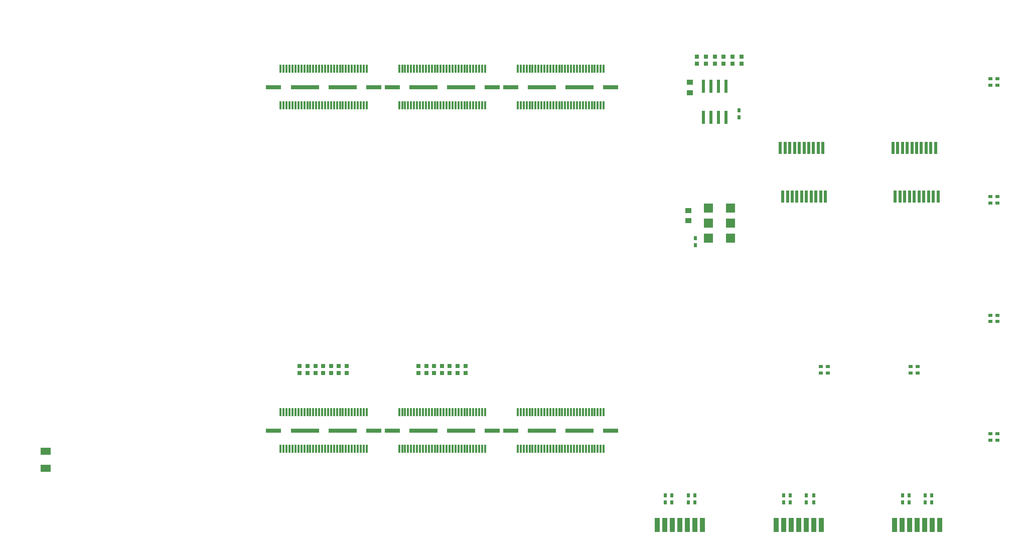
<source format=gtp>
G04 Layer_Color=8421504*
%FSLAX25Y25*%
%MOIN*%
G70*
G01*
G75*
%ADD13R,0.01969X0.07874*%
%ADD14R,0.03543X0.09449*%
%ADD15R,0.02756X0.03150*%
%ADD16R,0.10000X0.02520*%
%ADD17R,0.18504X0.02520*%
%ADD18R,0.01181X0.05709*%
%ADD19R,0.02362X0.08661*%
%ADD20R,0.02362X0.08661*%
%ADD21R,0.03937X0.03543*%
%ADD22R,0.03150X0.02362*%
%ADD23R,0.02362X0.03150*%
%ADD24R,0.07087X0.05118*%
%ADD28R,0.05906X0.05906*%
%ADD74C,0.00000*%
D13*
X567992Y272441D02*
D03*
X564843D02*
D03*
X561693D02*
D03*
X558543D02*
D03*
X555394D02*
D03*
X552244D02*
D03*
X549094D02*
D03*
X545945D02*
D03*
X542795D02*
D03*
X539646D02*
D03*
X541221Y240158D02*
D03*
X544370D02*
D03*
X547520D02*
D03*
X550669D02*
D03*
X553819D02*
D03*
X556968D02*
D03*
X560118D02*
D03*
X563268D02*
D03*
X566417D02*
D03*
X569567D02*
D03*
X644370Y240158D02*
D03*
X641221D02*
D03*
X638071D02*
D03*
X634921D02*
D03*
X631772D02*
D03*
X628622D02*
D03*
X625472D02*
D03*
X622323D02*
D03*
X619173D02*
D03*
X616024D02*
D03*
X614449Y272441D02*
D03*
X617598D02*
D03*
X620748D02*
D03*
X623898D02*
D03*
X627047D02*
D03*
X630197D02*
D03*
X633347D02*
D03*
X636496D02*
D03*
X639646D02*
D03*
X642795D02*
D03*
D14*
X536752Y21850D02*
D03*
X541752D02*
D03*
X546752D02*
D03*
X551752D02*
D03*
X556752D02*
D03*
X561752D02*
D03*
X566752D02*
D03*
X488012D02*
D03*
X483012D02*
D03*
X478012D02*
D03*
X473012D02*
D03*
X468012D02*
D03*
X463012D02*
D03*
X458012D02*
D03*
X615492D02*
D03*
X620492D02*
D03*
X625492D02*
D03*
X630492D02*
D03*
X635492D02*
D03*
X640492D02*
D03*
X645492D02*
D03*
D15*
X513779Y328346D02*
D03*
Y333071D02*
D03*
X496063Y333071D02*
D03*
Y328346D02*
D03*
X484252Y333071D02*
D03*
Y328346D02*
D03*
X507874Y333071D02*
D03*
Y328346D02*
D03*
X501968Y328346D02*
D03*
Y333071D02*
D03*
X490158Y328346D02*
D03*
Y333071D02*
D03*
X309600Y127462D02*
D03*
Y122738D02*
D03*
X330400Y127462D02*
D03*
Y122738D02*
D03*
X299200Y122738D02*
D03*
Y127462D02*
D03*
X304400Y122738D02*
D03*
Y127462D02*
D03*
X314800Y122738D02*
D03*
Y127462D02*
D03*
X320000Y122738D02*
D03*
Y127462D02*
D03*
X325200Y122738D02*
D03*
Y127462D02*
D03*
X230700Y127462D02*
D03*
Y122738D02*
D03*
X251500Y127462D02*
D03*
Y122738D02*
D03*
X220300Y127462D02*
D03*
Y122738D02*
D03*
X225500Y127462D02*
D03*
Y122738D02*
D03*
X235900Y127462D02*
D03*
Y122738D02*
D03*
X241100Y127462D02*
D03*
Y122738D02*
D03*
X246300Y127462D02*
D03*
Y122738D02*
D03*
D16*
X202972Y312992D02*
D03*
X269468D02*
D03*
X360453D02*
D03*
X426949D02*
D03*
X348209D02*
D03*
X281713D02*
D03*
X281713Y84646D02*
D03*
X348209D02*
D03*
X426949D02*
D03*
X360453D02*
D03*
X269469D02*
D03*
X202973D02*
D03*
D17*
X223721Y312992D02*
D03*
X248721D02*
D03*
X381201D02*
D03*
X406201D02*
D03*
X327461D02*
D03*
X302461D02*
D03*
X302461Y84646D02*
D03*
X327461D02*
D03*
X406201D02*
D03*
X381201D02*
D03*
X248721D02*
D03*
X223721D02*
D03*
D18*
X422244Y300827D02*
D03*
X422244Y325157D02*
D03*
X420276D02*
D03*
X418307D02*
D03*
X416339D02*
D03*
X414370D02*
D03*
X412402D02*
D03*
X410433D02*
D03*
X408465D02*
D03*
X406496D02*
D03*
X404528D02*
D03*
X402559D02*
D03*
X400591D02*
D03*
X398622D02*
D03*
X396654D02*
D03*
X394685D02*
D03*
X392717D02*
D03*
X390748D02*
D03*
X388779D02*
D03*
X386811D02*
D03*
X384842D02*
D03*
X382874D02*
D03*
X380906D02*
D03*
X378937D02*
D03*
X376969D02*
D03*
X375000D02*
D03*
X373031D02*
D03*
X371063D02*
D03*
X369094D02*
D03*
X367126D02*
D03*
X365158D02*
D03*
X343504D02*
D03*
X341535D02*
D03*
X339567D02*
D03*
X337598D02*
D03*
X335630D02*
D03*
X333661D02*
D03*
X331693D02*
D03*
X329724D02*
D03*
X327756D02*
D03*
X325787D02*
D03*
X323819D02*
D03*
X321850D02*
D03*
X319882D02*
D03*
X317913D02*
D03*
X315945D02*
D03*
X313976D02*
D03*
X312008D02*
D03*
X310039D02*
D03*
X308071D02*
D03*
X306102D02*
D03*
X304134D02*
D03*
X302165D02*
D03*
X300197D02*
D03*
X298228D02*
D03*
X296260D02*
D03*
X294291D02*
D03*
X292323D02*
D03*
X290354D02*
D03*
X288386D02*
D03*
X286417D02*
D03*
X264764D02*
D03*
X262795D02*
D03*
X260827D02*
D03*
X258858D02*
D03*
X256890D02*
D03*
X254921D02*
D03*
X252953D02*
D03*
X250984D02*
D03*
X249016D02*
D03*
X247047D02*
D03*
X245079D02*
D03*
X243110D02*
D03*
X241142D02*
D03*
X239173D02*
D03*
X237205D02*
D03*
X235236D02*
D03*
X233268D02*
D03*
X231299D02*
D03*
X229331D02*
D03*
X227362D02*
D03*
X225394D02*
D03*
X223425D02*
D03*
X221457D02*
D03*
X219488D02*
D03*
X217520D02*
D03*
X215551D02*
D03*
X213583D02*
D03*
X211614D02*
D03*
X209646D02*
D03*
X207677D02*
D03*
X420276Y300827D02*
D03*
X418307D02*
D03*
X416339D02*
D03*
X414370D02*
D03*
X412402D02*
D03*
X410433D02*
D03*
X408465D02*
D03*
X406496D02*
D03*
X404528D02*
D03*
X402559D02*
D03*
X400591D02*
D03*
X398622D02*
D03*
X396654D02*
D03*
X394685D02*
D03*
X392717D02*
D03*
X390748D02*
D03*
X388779D02*
D03*
X386811D02*
D03*
X384842D02*
D03*
X382874D02*
D03*
X380906D02*
D03*
X378937D02*
D03*
X376969D02*
D03*
X375000D02*
D03*
X373031D02*
D03*
X371063D02*
D03*
X369094D02*
D03*
X367126D02*
D03*
X365158D02*
D03*
X343504D02*
D03*
X341535D02*
D03*
X339567D02*
D03*
X337598D02*
D03*
X335630D02*
D03*
X333661D02*
D03*
X331693D02*
D03*
X329724D02*
D03*
X327756D02*
D03*
X325787D02*
D03*
X323819D02*
D03*
X321850D02*
D03*
X319882D02*
D03*
X317913D02*
D03*
X315945D02*
D03*
X313976D02*
D03*
X312008D02*
D03*
X310039D02*
D03*
X308071D02*
D03*
X306102D02*
D03*
X304134D02*
D03*
X302165D02*
D03*
X300197D02*
D03*
X298228D02*
D03*
X296260D02*
D03*
X294291D02*
D03*
X292323D02*
D03*
X290354D02*
D03*
X288386D02*
D03*
X286417D02*
D03*
X264764D02*
D03*
X262795D02*
D03*
X260827D02*
D03*
X258858D02*
D03*
X256890D02*
D03*
X254921D02*
D03*
X252953D02*
D03*
X250984D02*
D03*
X249016D02*
D03*
X247047D02*
D03*
X245079D02*
D03*
X243110D02*
D03*
X241142D02*
D03*
X239173D02*
D03*
X237205D02*
D03*
X235236D02*
D03*
X233268D02*
D03*
X231299D02*
D03*
X229331D02*
D03*
X227362D02*
D03*
X225394D02*
D03*
X223425D02*
D03*
X221457D02*
D03*
X219488D02*
D03*
X217520D02*
D03*
X215551D02*
D03*
X213583D02*
D03*
X211614D02*
D03*
X209646D02*
D03*
X207677D02*
D03*
X207677Y72480D02*
D03*
X209646D02*
D03*
X211614D02*
D03*
X213583D02*
D03*
X215551D02*
D03*
X217520D02*
D03*
X219488D02*
D03*
X221457D02*
D03*
X223425D02*
D03*
X225394D02*
D03*
X227362D02*
D03*
X229331D02*
D03*
X231299D02*
D03*
X233268D02*
D03*
X235236D02*
D03*
X237205D02*
D03*
X239173D02*
D03*
X241142D02*
D03*
X243110D02*
D03*
X245079D02*
D03*
X247047D02*
D03*
X249016D02*
D03*
X250984D02*
D03*
X252953D02*
D03*
X254921D02*
D03*
X256890D02*
D03*
X258858D02*
D03*
X260827D02*
D03*
X262795D02*
D03*
X264764D02*
D03*
X286417D02*
D03*
X288386D02*
D03*
X290354D02*
D03*
X292323D02*
D03*
X294291D02*
D03*
X296260D02*
D03*
X298228D02*
D03*
X300197D02*
D03*
X302165D02*
D03*
X304134D02*
D03*
X306102D02*
D03*
X308071D02*
D03*
X310039D02*
D03*
X312008D02*
D03*
X313976D02*
D03*
X315945D02*
D03*
X317914D02*
D03*
X319882D02*
D03*
X321850D02*
D03*
X323819D02*
D03*
X325787D02*
D03*
X327756D02*
D03*
X329725D02*
D03*
X331693D02*
D03*
X333662D02*
D03*
X335630D02*
D03*
X337598D02*
D03*
X339567D02*
D03*
X341535D02*
D03*
X343504D02*
D03*
X365158D02*
D03*
X367126D02*
D03*
X369094D02*
D03*
X371063D02*
D03*
X373032D02*
D03*
X375000D02*
D03*
X376969D02*
D03*
X378937D02*
D03*
X380906D02*
D03*
X382874D02*
D03*
X384843D02*
D03*
X386811D02*
D03*
X388780D02*
D03*
X390748D02*
D03*
X392717D02*
D03*
X394685D02*
D03*
X396654D02*
D03*
X398622D02*
D03*
X400591D02*
D03*
X402559D02*
D03*
X404528D02*
D03*
X406496D02*
D03*
X408465D02*
D03*
X410433D02*
D03*
X412402D02*
D03*
X414370D02*
D03*
X416339D02*
D03*
X418307D02*
D03*
X420276D02*
D03*
X207677Y96811D02*
D03*
X209646D02*
D03*
X211614D02*
D03*
X213583D02*
D03*
X215551D02*
D03*
X217520D02*
D03*
X219488D02*
D03*
X221457D02*
D03*
X223425D02*
D03*
X225394D02*
D03*
X227362D02*
D03*
X229331D02*
D03*
X231299D02*
D03*
X233268D02*
D03*
X235236D02*
D03*
X237205D02*
D03*
X239173D02*
D03*
X241142D02*
D03*
X243110D02*
D03*
X245079D02*
D03*
X247047D02*
D03*
X249016D02*
D03*
X250984D02*
D03*
X252953D02*
D03*
X254921D02*
D03*
X256890D02*
D03*
X258858D02*
D03*
X260827D02*
D03*
X262795D02*
D03*
X264764D02*
D03*
X286417D02*
D03*
X288386D02*
D03*
X290354D02*
D03*
X292323D02*
D03*
X294291D02*
D03*
X296260D02*
D03*
X298228D02*
D03*
X300197D02*
D03*
X302165D02*
D03*
X304134D02*
D03*
X306102D02*
D03*
X308071D02*
D03*
X310039D02*
D03*
X312008D02*
D03*
X313976D02*
D03*
X315945D02*
D03*
X317913D02*
D03*
X319882D02*
D03*
X321850D02*
D03*
X323819D02*
D03*
X325787D02*
D03*
X327756D02*
D03*
X329725D02*
D03*
X331693D02*
D03*
X333662D02*
D03*
X335630D02*
D03*
X337598D02*
D03*
X339567D02*
D03*
X341535D02*
D03*
X343504D02*
D03*
X365158D02*
D03*
X367126D02*
D03*
X369094D02*
D03*
X371063D02*
D03*
X373031D02*
D03*
X375000D02*
D03*
X376969D02*
D03*
X378937D02*
D03*
X380906D02*
D03*
X382874D02*
D03*
X384843D02*
D03*
X386811D02*
D03*
X388780D02*
D03*
X390748D02*
D03*
X392717D02*
D03*
X394685D02*
D03*
X396654D02*
D03*
X398622D02*
D03*
X400591D02*
D03*
X402559D02*
D03*
X404528D02*
D03*
X406496D02*
D03*
X408465D02*
D03*
X410433D02*
D03*
X412402D02*
D03*
X414370D02*
D03*
X416339D02*
D03*
X418307D02*
D03*
X420276D02*
D03*
X422244D02*
D03*
X422244Y72480D02*
D03*
D19*
X498563Y313386D02*
D03*
X493563D02*
D03*
X488563D02*
D03*
X503563Y292913D02*
D03*
X498563D02*
D03*
X493563D02*
D03*
X488563D02*
D03*
D20*
X503563Y313386D02*
D03*
D21*
X479500Y316000D02*
D03*
Y309307D02*
D03*
X478600Y230946D02*
D03*
Y224254D02*
D03*
D22*
X679200Y157000D02*
D03*
X683924D02*
D03*
X679200Y161300D02*
D03*
X683924D02*
D03*
X679138Y78200D02*
D03*
X683862D02*
D03*
X679138Y82500D02*
D03*
X683862D02*
D03*
X679134Y314173D02*
D03*
X683858D02*
D03*
X679134Y318504D02*
D03*
X683858D02*
D03*
X679200Y235800D02*
D03*
X683924D02*
D03*
X679200Y240100D02*
D03*
X683924D02*
D03*
X566535Y122700D02*
D03*
X571260D02*
D03*
X566535Y127000D02*
D03*
X571260D02*
D03*
X626238Y122700D02*
D03*
X630962D02*
D03*
X626238Y127000D02*
D03*
X630962D02*
D03*
D23*
X512200Y297462D02*
D03*
Y292738D02*
D03*
X620800Y41562D02*
D03*
Y36838D02*
D03*
X625100Y41562D02*
D03*
Y36838D02*
D03*
X635800Y41562D02*
D03*
Y36838D02*
D03*
X640100Y41562D02*
D03*
Y36838D02*
D03*
X542000Y41562D02*
D03*
Y36838D02*
D03*
X546300Y41562D02*
D03*
Y36838D02*
D03*
X556700Y41500D02*
D03*
Y36776D02*
D03*
X561700Y41500D02*
D03*
Y36776D02*
D03*
X463300Y41562D02*
D03*
Y36838D02*
D03*
X467600Y41562D02*
D03*
Y36838D02*
D03*
X478400Y41562D02*
D03*
Y36838D02*
D03*
X482700Y41562D02*
D03*
Y36838D02*
D03*
X483200Y212562D02*
D03*
Y207838D02*
D03*
D24*
X51600Y70809D02*
D03*
Y59391D02*
D03*
D28*
X506525Y232595D02*
D03*
Y212595D02*
D03*
Y222595D02*
D03*
X491761D02*
D03*
Y212595D02*
D03*
Y232595D02*
D03*
D74*
X37402Y362205D02*
D03*
X47244Y33465D02*
D03*
X675197Y35433D02*
D03*
X671260Y362205D02*
D03*
X189100Y124700D02*
D03*
X198819Y287402D02*
D03*
M02*

</source>
